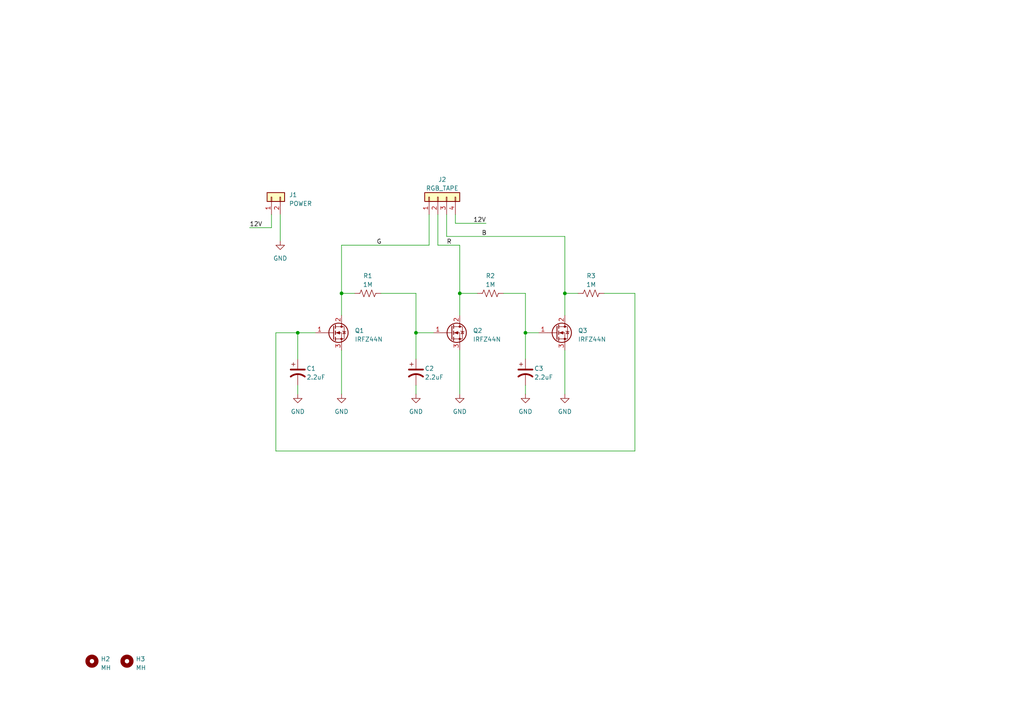
<source format=kicad_sch>
(kicad_sch (version 20230121) (generator eeschema)
  (paper "A4")
  (title_block (title "RGB HOVER") (date "2023-02-22") (rev "v1.0.0") (company "Maykol Rey"))
  (lib_symbols
    (symbol "Connector_Generic:Conn_01x02" (pin_names (offset 1.016) hide)
      (property "Reference" "J" (at 0 2.54 0))
      (property "Value" "Conn_01x02" (at 0 -5.08 0))
      (symbol "Conn_01x02_1_1"
        (rectangle (start -1.27 -2.413) (end 0 -2.667) (stroke (width 0.1524)))
        (rectangle (start -1.27 0.127) (end 0 -0.127) (stroke (width 0.1524)))
        (rectangle (start -1.27 1.27) (end 1.27 -3.81) (stroke (width 0.254)) (fill (type background)))
        (pin passive line (at -5.08 0 0) (length 3.81) (name "Pin_1") (number "1"))
        (pin passive line (at -5.08 -2.54 0) (length 3.81) (name "Pin_2") (number "2"))
      )
    )
    (symbol "Connector_Generic:Conn_01x04" (pin_names (offset 1.016) hide)
      (property "Reference" "J" (at 0 5.08 0))
      (property "Value" "Conn_01x04" (at 0 -7.62 0))
      (symbol "Conn_01x04_1_1"
        (rectangle (start -1.27 -4.953) (end 0 -5.207) (stroke (width 0.1524)))
        (rectangle (start -1.27 -2.413) (end 0 -2.667) (stroke (width 0.1524)))
        (rectangle (start -1.27 0.127) (end 0 -0.127) (stroke (width 0.1524)))
        (rectangle (start -1.27 2.667) (end 0 2.413) (stroke (width 0.1524)))
        (rectangle (start -1.27 3.81) (end 1.27 -6.35) (stroke (width 0.254)) (fill (type background)))
        (pin passive line (at -5.08 2.54 0) (length 3.81) (name "Pin_1") (number "1"))
        (pin passive line (at -5.08 0 0) (length 3.81) (name "Pin_2") (number "2"))
        (pin passive line (at -5.08 -2.54 0) (length 3.81) (name "Pin_3") (number "3"))
        (pin passive line (at -5.08 -5.08 0) (length 3.81) (name "Pin_4") (number "4"))
      )
    )
    (symbol "Device:C_Polarized_US" (pin_numbers hide) (pin_names (offset 0.254) hide)
      (property "Reference" "C" (at 0.635 2.54 0))
      (property "Value" "C_Polarized_US" (at 0.635 -2.54 0))
      (symbol "C_Polarized_US_0_1"
        (polyline (pts (xy -2.032 0.762) (xy 2.032 0.762)) (stroke (width 0.508)))
        (polyline (pts (xy -1.778 2.286) (xy -0.762 2.286)))
        (polyline (pts (xy -1.27 1.778) (xy -1.27 2.794)))
        (arc (start 2.032 -1.27) (mid 0 -0.5572) (end -2.032 -1.27) (stroke (width 0.508)))
      )
      (symbol "C_Polarized_US_1_1"
        (pin passive line (at 0 3.81 270) (length 2.794) (name "~") (number "1"))
        (pin passive line (at 0 -3.81 90) (length 3.302) (name "~") (number "2"))
      )
    )
    (symbol "Device:Q_NMOS_GDS" (pin_names (offset 0) hide)
      (property "Reference" "Q" (at 5.08 1.27 0))
      (property "Value" "Q_NMOS_GDS" (at 5.08 -1.27 0))
      (symbol "Q_NMOS_GDS_0_1"
        (polyline (pts (xy 0.254 0) (xy -2.54 0)))
        (polyline (pts (xy 0.254 1.905) (xy 0.254 -1.905)) (stroke (width 0.254)))
        (polyline (pts (xy 0.762 -1.27) (xy 0.762 -2.286)) (stroke (width 0.254)))
        (polyline (pts (xy 0.762 0.508) (xy 0.762 -0.508)) (stroke (width 0.254)))
        (polyline (pts (xy 0.762 2.286) (xy 0.762 1.27)) (stroke (width 0.254)))
        (polyline (pts (xy 2.54 2.54) (xy 2.54 1.778)))
        (polyline (pts (xy 2.54 -2.54) (xy 2.54 0) (xy 0.762 0)))
        (polyline (pts (xy 0.762 -1.778) (xy 3.302 -1.778) (xy 3.302 1.778) (xy 0.762 1.778)))
        (polyline (pts (xy 1.016 0) (xy 2.032 0.381) (xy 2.032 -0.381) (xy 1.016 0)) (fill (type outline)))
        (polyline (pts (xy 2.794 0.508) (xy 2.921 0.381) (xy 3.683 0.381) (xy 3.81 0.254)))
        (polyline (pts (xy 3.302 0.381) (xy 2.921 -0.254) (xy 3.683 -0.254) (xy 3.302 0.381)))
        (circle (center 1.651 0) (radius 2.794) (stroke (width 0.254)))
        (circle (center 2.54 -1.778) (radius 0.254) (fill (type outline)))
        (circle (center 2.54 1.778) (radius 0.254) (fill (type outline)))
      )
      (symbol "Q_NMOS_GDS_1_1"
        (pin input line (at -5.08 0 0) (length 2.54) (name "G") (number "1"))
        (pin passive line (at 2.54 5.08 270) (length 2.54) (name "D") (number "2"))
        (pin passive line (at 2.54 -5.08 90) (length 2.54) (name "S") (number "3"))
      )
    )
    (symbol "Device:R_US" (pin_numbers hide) (pin_names (offset 0))
      (property "Reference" "R" (at 2.54 0 90))
      (property "Value" "R_US" (at -2.54 0 90))
      (symbol "R_US_0_1"
        (polyline (pts (xy 0 -2.286) (xy 0 -2.54)))
        (polyline (pts (xy 0 2.286) (xy 0 2.54)))
        (polyline (pts (xy 0 -0.762) (xy 1.016 -1.143) (xy 0 -1.524) (xy -1.016 -1.905) (xy 0 -2.286)))
        (polyline (pts (xy 0 0.762) (xy 1.016 0.381) (xy 0 0) (xy -1.016 -0.381) (xy 0 -0.762)))
        (polyline (pts (xy 0 2.286) (xy 1.016 1.905) (xy 0 1.524) (xy -1.016 1.143) (xy 0 0.762)))
      )
      (symbol "R_US_1_1"
        (pin passive line (at 0 3.81 270) (length 1.27) (name "~") (number "1"))
        (pin passive line (at 0 -3.81 90) (length 1.27) (name "~") (number "2"))
      )
    )
    (symbol "Mechanical:MountingHole" (pin_names (offset 1.016))
      (property "Reference" "H" (at 0 5.08 0))
      (property "Value" "MountingHole" (at 0 3.175 0))
      (symbol "MountingHole_0_1"
        (circle (center 0 0) (radius 1.27) (stroke (width 1.27)))
      )
    )
    (symbol "power:GND" (power) (pin_names (offset 0))
      (property "Value" "GND" (at 0 -3.81 0))
      (symbol "GND_0_1"
        (polyline (pts (xy 0 0) (xy 0 -1.27) (xy 1.27 -1.27) (xy 0 -2.54) (xy -1.27 -1.27) (xy 0 -1.27)))
      )
      (symbol "GND_1_1"
        (pin power_in line (at 0 0 270) (length 0) hide (name "GND") (number "1"))
      )
    )
  )
  (junction (at 163.83 85.09))
  (junction (at 152.4 96.52))
  (junction (at 120.65 96.52))
  (junction (at 86.36 96.52))
  (junction (at 133.35 85.09))
  (junction (at 99.06 85.09))
  (wire (pts (xy 152.4 111.76) (xy 152.4 114.3)))
  (wire (pts (xy 133.35 85.09) (xy 133.35 91.44)))
  (wire (pts (xy 72.39 66.04) (xy 78.74 66.04)))
  (wire (pts (xy 120.65 111.76) (xy 120.65 114.3)))
  (wire (pts (xy 124.46 71.12) (xy 99.06 71.12)))
  (wire (pts (xy 127 62.23) (xy 127 71.12)))
  (wire (pts (xy 86.36 96.52) (xy 86.36 104.14)))
  (wire (pts (xy 133.35 101.6) (xy 133.35 114.3)))
  (wire (pts (xy 124.46 62.23) (xy 124.46 71.12)))
  (wire (pts (xy 127 71.12) (xy 133.35 71.12)))
  (wire (pts (xy 152.4 85.09) (xy 152.4 96.52)))
  (wire (pts (xy 81.28 62.23) (xy 81.28 69.85)))
  (wire (pts (xy 167.64 85.09) (xy 163.83 85.09)))
  (wire (pts (xy 184.15 130.81) (xy 80.01 130.81)))
  (wire (pts (xy 133.35 71.12) (xy 133.35 85.09)))
  (wire (pts (xy 120.65 96.52) (xy 120.65 104.14)))
  (wire (pts (xy 163.83 85.09) (xy 163.83 91.44)))
  (wire (pts (xy 99.06 101.6) (xy 99.06 114.3)))
  (wire (pts (xy 120.65 85.09) (xy 120.65 96.52)))
  (wire (pts (xy 91.44 96.52) (xy 86.36 96.52)))
  (wire (pts (xy 86.36 111.76) (xy 86.36 114.3)))
  (wire (pts (xy 132.08 62.23) (xy 132.08 64.77)))
  (wire (pts (xy 125.73 96.52) (xy 120.65 96.52)))
  (wire (pts (xy 129.54 62.23) (xy 129.54 68.58)))
  (wire (pts (xy 138.43 85.09) (xy 133.35 85.09)))
  (wire (pts (xy 80.01 96.52) (xy 86.36 96.52)))
  (wire (pts (xy 78.74 66.04) (xy 78.74 62.23)))
  (wire (pts (xy 163.83 101.6) (xy 163.83 114.3)))
  (wire (pts (xy 99.06 71.12) (xy 99.06 85.09)))
  (wire (pts (xy 146.05 85.09) (xy 152.4 85.09)))
  (wire (pts (xy 152.4 104.14) (xy 152.4 96.52)))
  (wire (pts (xy 80.01 130.81) (xy 80.01 96.52)))
  (wire (pts (xy 102.87 85.09) (xy 99.06 85.09)))
  (wire (pts (xy 132.08 64.77) (xy 140.97 64.77)))
  (wire (pts (xy 110.49 85.09) (xy 120.65 85.09)))
  (wire (pts (xy 175.26 85.09) (xy 184.15 85.09)))
  (wire (pts (xy 152.4 96.52) (xy 156.21 96.52)))
  (wire (pts (xy 99.06 85.09) (xy 99.06 91.44)))
  (wire (pts (xy 129.54 68.58) (xy 163.83 68.58)))
  (wire (pts (xy 184.15 85.09) (xy 184.15 130.81)))
  (wire (pts (xy 163.83 68.58) (xy 163.83 85.09)))
  (label "G" (at 109.22 71.12 0))
  (label "R" (at 129.54 71.12 0))
  (label "12V" (at 72.39 66.04 0))
  (label "B" (at 139.7 68.58 0))
  (label "12V" (at 140.97 64.77 180))
  (symbol (lib_id "power:GND") (at 133.35 114.3 0) (unit 1)
    (property "Reference" "#PWR04" (effects hide))
    (property "Value" "GND" (at 133.35 119.38 0))
  )
  (symbol (lib_id "power:GND") (at 120.65 114.3 0) (unit 1)
    (property "Reference" "#PWR02" (effects hide))
    (property "Value" "GND" (at 120.65 119.38 0))
  )
  (symbol (lib_id "Device:Q_NMOS_GDS") (at 130.81 96.52 0) (unit 1)
    (property "Reference" "Q2" (at 137.16 95.885 0) (effects (justify left)))
    (property "Value" "IRFZ44N" (at 137.16 98.425 0) (effects (justify left)))
    (property "Footprint" "Package_TO_SOT_THT:TO-220-3_Horizontal_TabDown" (effects hide))
  )
  (symbol (lib_id "power:GND") (at 86.36 114.3 0) (unit 1)
    (property "Reference" "#PWR01" (effects hide))
    (property "Value" "GND" (at 86.36 119.38 0))
  )
  (symbol (lib_id "Device:R_US") (at 142.24 85.09 90) (unit 1)
    (property "Reference" "R2" (at 142.24 80.01 90))
    (property "Value" "1M" (at 142.24 82.55 90))
    (property "Footprint" "Resistor_THT:R_Axial_DIN0207_L6.3mm_D2.5mm_P10.16mm_Horizontal" (effects hide))
  )
  (symbol (lib_id "Device:C_Polarized_US") (at 152.4 107.95 0) (unit 1)
    (property "Reference" "C3" (at 154.94 106.8832 0) (effects (justify left)))
    (property "Value" "2.2uF" (at 154.94 109.4232 0) (effects (justify left)))
    (property "Footprint" "Capacitor_THT:CP_Radial_D5.0mm_P2.50mm" (effects hide))
  )
  (symbol (lib_id "Device:R_US") (at 106.68 85.09 90) (unit 1)
    (property "Reference" "R1" (at 106.68 80.01 90))
    (property "Value" "1M" (at 106.68 82.55 90))
    (property "Footprint" "Resistor_THT:R_Axial_DIN0207_L6.3mm_D2.5mm_P10.16mm_Horizontal" (effects hide))
  )
  (symbol (lib_id "power:GND") (at 99.06 114.3 0) (unit 1)
    (property "Reference" "#PWR06" (effects hide))
    (property "Value" "GND" (at 99.06 119.38 0))
  )
  (symbol (lib_id "power:GND") (at 152.4 114.3 0) (unit 1)
    (property "Reference" "#PWR03" (effects hide))
    (property "Value" "GND" (at 152.4 119.38 0))
  )
  (symbol (lib_id "Device:R_US") (at 171.45 85.09 90) (unit 1)
    (property "Reference" "R3" (at 171.45 80.01 90))
    (property "Value" "1M" (at 171.45 82.55 90))
    (property "Footprint" "Resistor_THT:R_Axial_DIN0207_L6.3mm_D2.5mm_P10.16mm_Horizontal" (effects hide))
  )
  (symbol (lib_id "power:GND") (at 81.28 69.85 0) (unit 1)
    (property "Reference" "#PWR07" (effects hide))
    (property "Value" "GND" (at 81.28 74.93 0))
  )
  (symbol (lib_id "Connector_Generic:Conn_01x04") (at 127 57.15 90) (unit 1)
    (property "Reference" "J2" (at 128.27 52.07 90))
    (property "Value" "RGB_TAPE" (at 128.27 54.61 90))
    (property "Footprint" "Connector_PinHeader_2.54mm:PinHeader_1x04_P2.54mm_Vertical" (effects hide))
  )
  (symbol (lib_id "Mechanical:MountingHole") (at 36.83 191.77 0) (unit 1)
    (property "Reference" "H3" (at 39.37 191.135 0) (effects (justify left)))
    (property "Value" "MH" (at 39.37 193.675 0) (effects (justify left)))
    (property "Footprint" "MountingHole:MountingHole_3.2mm_M3" (effects hide))
  )
  (symbol (lib_id "Device:C_Polarized_US") (at 120.65 107.95 0) (unit 1)
    (property "Reference" "C2" (at 123.19 106.8832 0) (effects (justify left)))
    (property "Value" "2.2uF" (at 123.19 109.4232 0) (effects (justify left)))
    (property "Footprint" "Capacitor_THT:CP_Radial_D5.0mm_P2.50mm" (effects hide))
  )
  (symbol (lib_id "Connector_Generic:Conn_01x02") (at 78.74 57.15 90) (unit 1)
    (property "Reference" "J1" (at 83.82 56.515 90) (effects (justify right)))
    (property "Value" "POWER" (at 83.82 59.055 90) (effects (justify right)))
    (property "Footprint" "Connector_PinHeader_2.54mm:PinHeader_1x02_P2.54mm_Vertical" (effects hide))
  )
  (symbol (lib_id "Device:C_Polarized_US") (at 86.36 107.95 0) (unit 1)
    (property "Reference" "C1" (at 88.9 106.8832 0) (effects (justify left)))
    (property "Value" "2.2uF" (at 88.9 109.4232 0) (effects (justify left)))
    (property "Footprint" "Capacitor_THT:CP_Radial_D5.0mm_P2.50mm" (effects hide))
  )
  (symbol (lib_id "Device:Q_NMOS_GDS") (at 161.29 96.52 0) (unit 1)
    (property "Reference" "Q3" (at 167.64 95.885 0) (effects (justify left)))
    (property "Value" "IRFZ44N" (at 167.64 98.425 0) (effects (justify left)))
    (property "Footprint" "Package_TO_SOT_THT:TO-220-3_Horizontal_TabDown" (effects hide))
  )
  (symbol (lib_id "Device:Q_NMOS_GDS") (at 96.52 96.52 0) (unit 1)
    (property "Reference" "Q1" (at 102.87 95.885 0) (effects (justify left)))
    (property "Value" "IRFZ44N" (at 102.87 98.425 0) (effects (justify left)))
    (property "Footprint" "Package_TO_SOT_THT:TO-220-3_Horizontal_TabDown" (effects hide))
  )
  (symbol (lib_id "power:GND") (at 163.83 114.3 0) (unit 1)
    (property "Reference" "#PWR05" (effects hide))
    (property "Value" "GND" (at 163.83 119.38 0))
  )
  (symbol (lib_id "Mechanical:MountingHole") (at 26.67 191.77 0) (unit 1)
    (property "Reference" "H2" (at 29.21 191.135 0) (effects (justify left)))
    (property "Value" "MH" (at 29.21 193.675 0) (effects (justify left)))
    (property "Footprint" "MountingHole:MountingHole_3.2mm_M3" (effects hide))
  )
)
</source>
